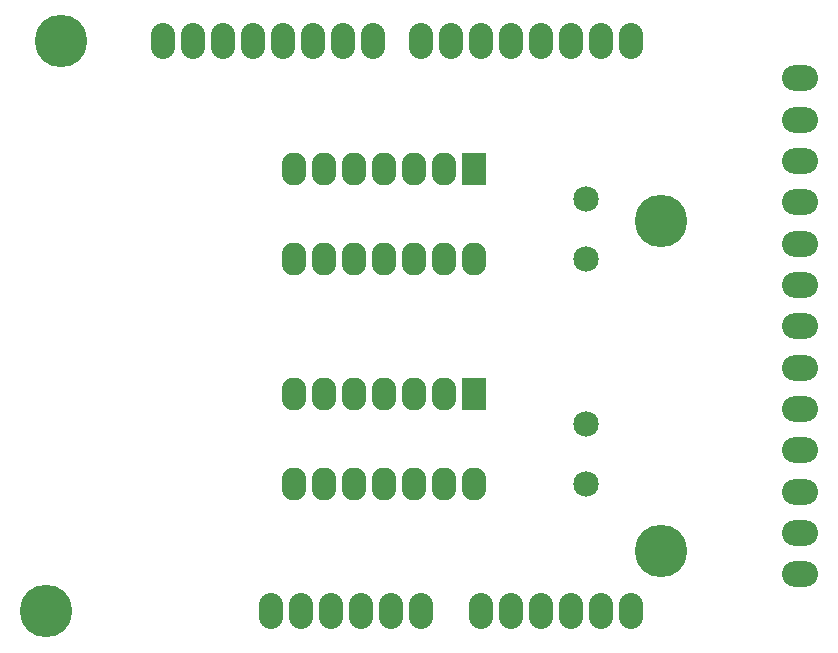
<source format=gbs>
G04 (created by PCBNEW (2013-mar-13)-testing) date Sat 24 Aug 2013 07:59:04 PM PDT*
%MOIN*%
G04 Gerber Fmt 3.4, Leading zero omitted, Abs format*
%FSLAX34Y34*%
G01*
G70*
G90*
G04 APERTURE LIST*
%ADD10C,0.005906*%
%ADD11O,0.080000X0.120000*%
%ADD12C,0.175000*%
%ADD13R,0.082000X0.110000*%
%ADD14O,0.082000X0.110000*%
%ADD15C,0.085000*%
%ADD16O,0.120000X0.085000*%
G04 APERTURE END LIST*
G54D10*
G54D11*
X31500Y-29000D03*
X30500Y-29000D03*
X29500Y-29000D03*
X26500Y-29000D03*
X27500Y-29000D03*
X28500Y-29000D03*
X24500Y-29000D03*
X23500Y-29000D03*
X22500Y-29000D03*
X20500Y-29000D03*
X19500Y-29000D03*
X31500Y-10000D03*
X30500Y-10000D03*
X29500Y-10000D03*
X28500Y-10000D03*
X27500Y-10000D03*
X26500Y-10000D03*
X25500Y-10000D03*
X24500Y-10000D03*
X22900Y-10000D03*
X21900Y-10000D03*
X20900Y-10000D03*
X19900Y-10000D03*
X18900Y-10000D03*
X17900Y-10000D03*
X16900Y-10000D03*
X15900Y-10000D03*
X21500Y-29000D03*
G54D12*
X32500Y-27000D03*
X32500Y-16000D03*
X12500Y-10000D03*
X12000Y-29000D03*
G54D13*
X26250Y-21750D03*
G54D14*
X25250Y-21750D03*
X24250Y-21750D03*
X23250Y-21750D03*
X22250Y-21750D03*
X21250Y-21750D03*
X20250Y-21750D03*
X20250Y-24750D03*
X21250Y-24750D03*
X22250Y-24750D03*
X23250Y-24750D03*
X24250Y-24750D03*
X25250Y-24750D03*
X26250Y-24750D03*
G54D13*
X26250Y-14250D03*
G54D14*
X25250Y-14250D03*
X24250Y-14250D03*
X23250Y-14250D03*
X22250Y-14250D03*
X21250Y-14250D03*
X20250Y-14250D03*
X20250Y-17250D03*
X21250Y-17250D03*
X22250Y-17250D03*
X23250Y-17250D03*
X24250Y-17250D03*
X25250Y-17250D03*
X26250Y-17250D03*
G54D15*
X30000Y-24750D03*
X30000Y-22750D03*
X30000Y-17250D03*
X30000Y-15250D03*
G54D16*
X37126Y-27769D03*
X37125Y-26392D03*
X37124Y-25011D03*
X37125Y-23634D03*
X37125Y-22256D03*
X37125Y-20880D03*
X37125Y-19501D03*
X37124Y-18123D03*
X37124Y-16745D03*
X37124Y-15365D03*
X37123Y-12611D03*
X37124Y-13989D03*
X37124Y-11233D03*
M02*

</source>
